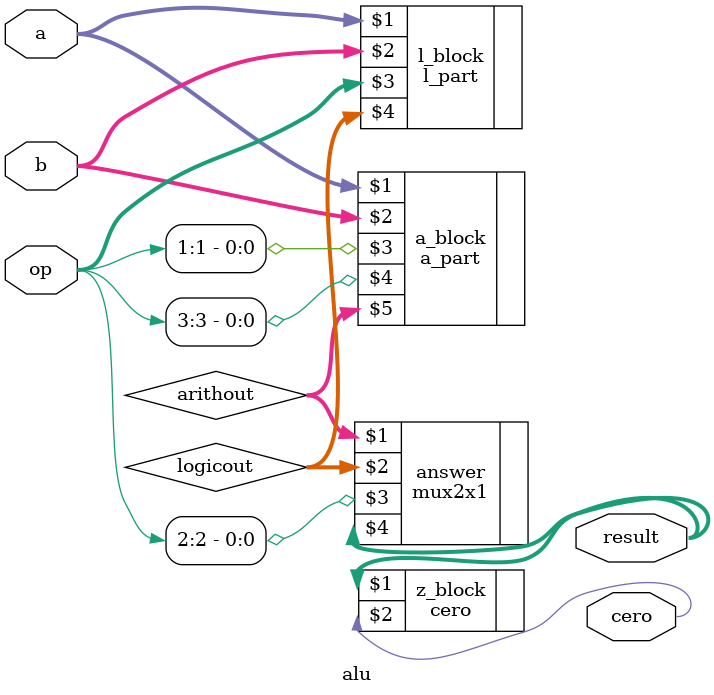
<source format=v>
module alu #(parameter n = 32)(a, b, op, result, cero);
	input [n-1:0] a, b;
	input [3:0] op;
	output [n-1:0] result;
	output cero;
	wire [n-1:0]arithout, logicout;

		a_part #(.n(n)) a_block(a, b, op[1], op[3], arithout);
		l_part #(.n(n)) l_block(a, b, op, logicout);
		mux2x1 #(.n(n)) answer(arithout, logicout, op[2], result);
		cero #(.n(n)) z_block(result, cero);
endmodule
	

</source>
